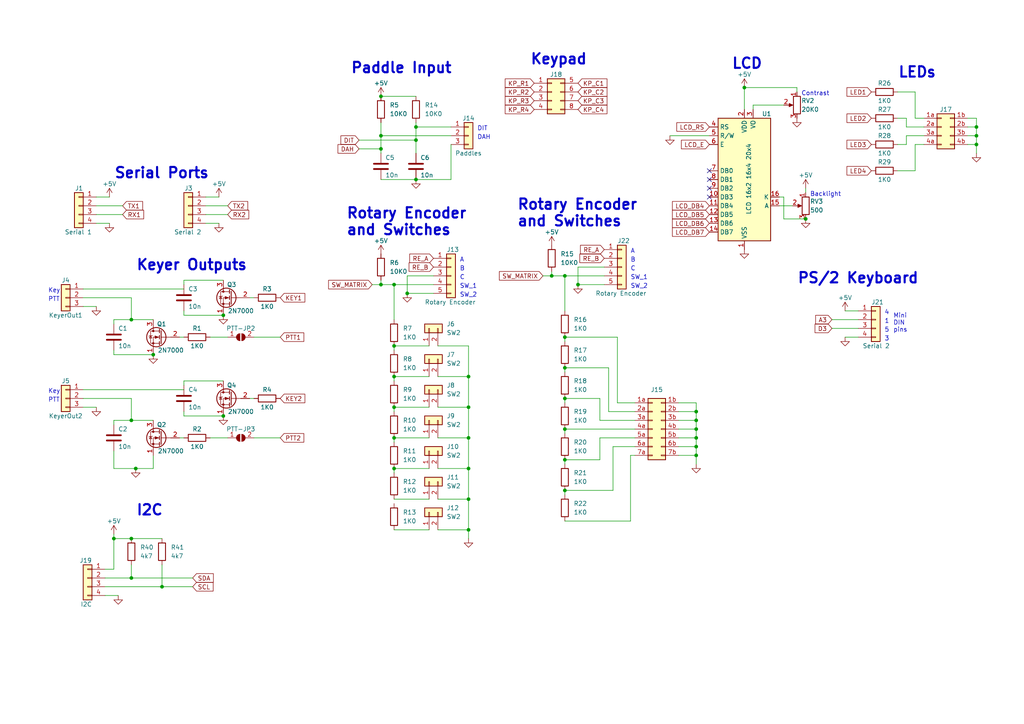
<source format=kicad_sch>
(kicad_sch (version 20230121) (generator eeschema)
  (paper "A4")
  (lib_symbols
    (symbol "Connector_Generic:Conn_01x02" (pin_names (offset 1.016) hide)
      (property "Reference" "J" (at 0 2.54 0))
      (property "Value" "Conn_01x02" (at 0 -5.08 0))
      (symbol "Conn_01x02_1_1"
        (rectangle (start -1.27 -2.413) (end 0 -2.667) (stroke (width 0.1524)))
        (rectangle (start -1.27 0.127) (end 0 -0.127) (stroke (width 0.1524)))
        (rectangle (start -1.27 1.27) (end 1.27 -3.81) (stroke (width 0.254)) (fill (type background)))
        (pin passive line (at -5.08 0 0) (length 3.81) (name "Pin_1") (number "1"))
        (pin passive line (at -5.08 -2.54 0) (length 3.81) (name "Pin_2") (number "2"))
      )
    )
    (symbol "Connector_Generic:Conn_01x03" (pin_names (offset 1.016) hide)
      (property "Reference" "J" (at 0 5.08 0))
      (property "Value" "Conn_01x03" (at 0 -5.08 0))
      (symbol "Conn_01x03_1_1"
        (rectangle (start -1.27 -2.413) (end 0 -2.667) (stroke (width 0.1524)))
        (rectangle (start -1.27 0.127) (end 0 -0.127) (stroke (width 0.1524)))
        (rectangle (start -1.27 2.667) (end 0 2.413) (stroke (width 0.1524)))
        (rectangle (start -1.27 3.81) (end 1.27 -3.81) (stroke (width 0.254)) (fill (type background)))
        (pin passive line (at -5.08 2.54 0) (length 3.81) (name "Pin_1") (number "1"))
        (pin passive line (at -5.08 0 0) (length 3.81) (name "Pin_2") (number "2"))
        (pin passive line (at -5.08 -2.54 0) (length 3.81) (name "Pin_3") (number "3"))
      )
    )
    (symbol "Connector_Generic:Conn_01x04" (pin_names (offset 1.016) hide)
      (property "Reference" "J" (at 0 5.08 0))
      (property "Value" "Conn_01x04" (at 0 -7.62 0))
      (symbol "Conn_01x04_1_1"
        (rectangle (start -1.27 -4.953) (end 0 -5.207) (stroke (width 0.1524)))
        (rectangle (start -1.27 -2.413) (end 0 -2.667) (stroke (width 0.1524)))
        (rectangle (start -1.27 0.127) (end 0 -0.127) (stroke (width 0.1524)))
        (rectangle (start -1.27 2.667) (end 0 2.413) (stroke (width 0.1524)))
        (rectangle (start -1.27 3.81) (end 1.27 -6.35) (stroke (width 0.254)) (fill (type background)))
        (pin passive line (at -5.08 2.54 0) (length 3.81) (name "Pin_1") (number "1"))
        (pin passive line (at -5.08 0 0) (length 3.81) (name "Pin_2") (number "2"))
        (pin passive line (at -5.08 -2.54 0) (length 3.81) (name "Pin_3") (number "3"))
        (pin passive line (at -5.08 -5.08 0) (length 3.81) (name "Pin_4") (number "4"))
      )
    )
    (symbol "Connector_Generic:Conn_01x05" (pin_names (offset 1.016) hide)
      (property "Reference" "J" (at 0 7.62 0))
      (property "Value" "Conn_01x05" (at 0 -7.62 0))
      (symbol "Conn_01x05_1_1"
        (rectangle (start -1.27 -4.953) (end 0 -5.207) (stroke (width 0.1524)))
        (rectangle (start -1.27 -2.413) (end 0 -2.667) (stroke (width 0.1524)))
        (rectangle (start -1.27 0.127) (end 0 -0.127) (stroke (width 0.1524)))
        (rectangle (start -1.27 2.667) (end 0 2.413) (stroke (width 0.1524)))
        (rectangle (start -1.27 5.207) (end 0 4.953) (stroke (width 0.1524)))
        (rectangle (start -1.27 6.35) (end 1.27 -6.35) (stroke (width 0.254)) (fill (type background)))
        (pin passive line (at -5.08 5.08 0) (length 3.81) (name "Pin_1") (number "1"))
        (pin passive line (at -5.08 2.54 0) (length 3.81) (name "Pin_2") (number "2"))
        (pin passive line (at -5.08 0 0) (length 3.81) (name "Pin_3") (number "3"))
        (pin passive line (at -5.08 -2.54 0) (length 3.81) (name "Pin_4") (number "4"))
        (pin passive line (at -5.08 -5.08 0) (length 3.81) (name "Pin_5") (number "5"))
      )
    )
    (symbol "Connector_Generic:Conn_02x04_Row_Letter_Last" (pin_names (offset 1.016) hide)
      (property "Reference" "J" (at 1.27 5.08 0))
      (property "Value" "Conn_02x04_Row_Letter_Last" (at 1.27 -7.62 0))
      (symbol "Conn_02x04_Row_Letter_Last_1_1"
        (rectangle (start -1.27 -4.953) (end 0 -5.207) (stroke (width 0.1524)))
        (rectangle (start -1.27 -2.413) (end 0 -2.667) (stroke (width 0.1524)))
        (rectangle (start -1.27 0.127) (end 0 -0.127) (stroke (width 0.1524)))
        (rectangle (start -1.27 2.667) (end 0 2.413) (stroke (width 0.1524)))
        (rectangle (start -1.27 3.81) (end 3.81 -6.35) (stroke (width 0.254)) (fill (type background)))
        (rectangle (start 3.81 -4.953) (end 2.54 -5.207) (stroke (width 0.1524)))
        (rectangle (start 3.81 -2.413) (end 2.54 -2.667) (stroke (width 0.1524)))
        (rectangle (start 3.81 0.127) (end 2.54 -0.127) (stroke (width 0.1524)))
        (rectangle (start 3.81 2.667) (end 2.54 2.413) (stroke (width 0.1524)))
        (pin passive line (at -5.08 2.54 0) (length 3.81) (name "Pin_1a") (number "1a"))
        (pin passive line (at 7.62 2.54 180) (length 3.81) (name "Pin_1b") (number "1b"))
        (pin passive line (at -5.08 0 0) (length 3.81) (name "Pin_2a") (number "2a"))
        (pin passive line (at 7.62 0 180) (length 3.81) (name "Pin_2b") (number "2b"))
        (pin passive line (at -5.08 -2.54 0) (length 3.81) (name "Pin_3a") (number "3a"))
        (pin passive line (at 7.62 -2.54 180) (length 3.81) (name "Pin_3b") (number "3b"))
        (pin passive line (at -5.08 -5.08 0) (length 3.81) (name "Pin_4a") (number "4a"))
        (pin passive line (at 7.62 -5.08 180) (length 3.81) (name "Pin_4b") (number "4b"))
      )
    )
    (symbol "Connector_Generic:Conn_02x04_Top_Bottom" (pin_names (offset 1.016) hide)
      (property "Reference" "J" (at 1.27 5.08 0))
      (property "Value" "Conn_02x04_Top_Bottom" (at 1.27 -7.62 0))
      (symbol "Conn_02x04_Top_Bottom_1_1"
        (rectangle (start -1.27 -4.953) (end 0 -5.207) (stroke (width 0.1524)))
        (rectangle (start -1.27 -2.413) (end 0 -2.667) (stroke (width 0.1524)))
        (rectangle (start -1.27 0.127) (end 0 -0.127) (stroke (width 0.1524)))
        (rectangle (start -1.27 2.667) (end 0 2.413) (stroke (width 0.1524)))
        (rectangle (start -1.27 3.81) (end 3.81 -6.35) (stroke (width 0.254)) (fill (type background)))
        (rectangle (start 3.81 -4.953) (end 2.54 -5.207) (stroke (width 0.1524)))
        (rectangle (start 3.81 -2.413) (end 2.54 -2.667) (stroke (width 0.1524)))
        (rectangle (start 3.81 0.127) (end 2.54 -0.127) (stroke (width 0.1524)))
        (rectangle (start 3.81 2.667) (end 2.54 2.413) (stroke (width 0.1524)))
        (pin passive line (at -5.08 2.54 0) (length 3.81) (name "Pin_1") (number "1"))
        (pin passive line (at -5.08 0 0) (length 3.81) (name "Pin_2") (number "2"))
        (pin passive line (at -5.08 -2.54 0) (length 3.81) (name "Pin_3") (number "3"))
        (pin passive line (at -5.08 -5.08 0) (length 3.81) (name "Pin_4") (number "4"))
        (pin passive line (at 7.62 2.54 180) (length 3.81) (name "Pin_5") (number "5"))
        (pin passive line (at 7.62 0 180) (length 3.81) (name "Pin_6") (number "6"))
        (pin passive line (at 7.62 -2.54 180) (length 3.81) (name "Pin_7") (number "7"))
        (pin passive line (at 7.62 -5.08 180) (length 3.81) (name "Pin_8") (number "8"))
      )
    )
    (symbol "Connector_Generic:Conn_02x07_Row_Letter_Last" (pin_names (offset 1.016) hide)
      (property "Reference" "J" (at 1.27 10.16 0))
      (property "Value" "Conn_02x07_Row_Letter_Last" (at 1.27 -10.16 0))
      (symbol "Conn_02x07_Row_Letter_Last_1_1"
        (rectangle (start -1.27 -7.493) (end 0 -7.747) (stroke (width 0.1524)))
        (rectangle (start -1.27 -4.953) (end 0 -5.207) (stroke (width 0.1524)))
        (rectangle (start -1.27 -2.413) (end 0 -2.667) (stroke (width 0.1524)))
        (rectangle (start -1.27 0.127) (end 0 -0.127) (stroke (width 0.1524)))
        (rectangle (start -1.27 2.667) (end 0 2.413) (stroke (width 0.1524)))
        (rectangle (start -1.27 5.207) (end 0 4.953) (stroke (width 0.1524)))
        (rectangle (start -1.27 7.747) (end 0 7.493) (stroke (width 0.1524)))
        (rectangle (start -1.27 8.89) (end 3.81 -8.89) (stroke (width 0.254)) (fill (type background)))
        (rectangle (start 3.81 -7.493) (end 2.54 -7.747) (stroke (width 0.1524)))
        (rectangle (start 3.81 -4.953) (end 2.54 -5.207) (stroke (width 0.1524)))
        (rectangle (start 3.81 -2.413) (end 2.54 -2.667) (stroke (width 0.1524)))
        (rectangle (start 3.81 0.127) (end 2.54 -0.127) (stroke (width 0.1524)))
        (rectangle (start 3.81 2.667) (end 2.54 2.413) (stroke (width 0.1524)))
        (rectangle (start 3.81 5.207) (end 2.54 4.953) (stroke (width 0.1524)))
        (rectangle (start 3.81 7.747) (end 2.54 7.493) (stroke (width 0.1524)))
        (pin passive line (at -5.08 7.62 0) (length 3.81) (name "Pin_1a") (number "1a"))
        (pin passive line (at 7.62 7.62 180) (length 3.81) (name "Pin_1b") (number "1b"))
        (pin passive line (at -5.08 5.08 0) (length 3.81) (name "Pin_2a") (number "2a"))
        (pin passive line (at 7.62 5.08 180) (length 3.81) (name "Pin_2b") (number "2b"))
        (pin passive line (at -5.08 2.54 0) (length 3.81) (name "Pin_3a") (number "3a"))
        (pin passive line (at 7.62 2.54 180) (length 3.81) (name "Pin_3b") (number "3b"))
        (pin passive line (at -5.08 0 0) (length 3.81) (name "Pin_4a") (number "4a"))
        (pin passive line (at 7.62 0 180) (length 3.81) (name "Pin_4b") (number "4b"))
        (pin passive line (at -5.08 -2.54 0) (length 3.81) (name "Pin_5a") (number "5a"))
        (pin passive line (at 7.62 -2.54 180) (length 3.81) (name "Pin_5b") (number "5b"))
        (pin passive line (at -5.08 -5.08 0) (length 3.81) (name "Pin_6a") (number "6a"))
        (pin passive line (at 7.62 -5.08 180) (length 3.81) (name "Pin_6b") (number "6b"))
        (pin passive line (at -5.08 -7.62 0) (length 3.81) (name "Pin_7a") (number "7a"))
        (pin passive line (at 7.62 -7.62 180) (length 3.81) (name "Pin_7b") (number "7b"))
      )
    )
    (symbol "Device:C" (pin_numbers hide) (pin_names (offset 0.254))
      (property "Reference" "C" (at 0.635 2.54 0))
      (property "Value" "C" (at 0.635 -2.54 0))
      (symbol "C_0_1"
        (polyline (pts (xy -2.032 -0.762) (xy 2.032 -0.762)) (stroke (width 0.508)))
        (polyline (pts (xy -2.032 0.762) (xy 2.032 0.762)) (stroke (width 0.508)))
      )
      (symbol "C_1_1"
        (pin passive line (at 0 3.81 270) (length 2.794) (name "~") (number "1"))
        (pin passive line (at 0 -3.81 90) (length 2.794) (name "~") (number "2"))
      )
    )
    (symbol "Device:R" (pin_numbers hide) (pin_names (offset 0))
      (property "Reference" "R" (at 2.032 0 90))
      (property "Value" "R" (at 0 0 90))
      (symbol "R_0_1"
        (rectangle (start -1.016 -2.54) (end 1.016 2.54) (stroke (width 0.254)))
      )
      (symbol "R_1_1"
        (pin passive line (at 0 3.81 270) (length 1.27) (name "~") (number "1"))
        (pin passive line (at 0 -3.81 90) (length 1.27) (name "~") (number "2"))
      )
    )
    (symbol "Device:R_Potentiometer" (pin_names (offset 1.016) hide)
      (property "Reference" "RV" (at -4.445 0 90))
      (property "Value" "R_Potentiometer" (at -2.54 0 90))
      (symbol "R_Potentiometer_0_1"
        (polyline (pts (xy 2.54 0) (xy 1.524 0)))
        (polyline (pts (xy 1.143 0) (xy 2.286 0.508) (xy 2.286 -0.508) (xy 1.143 0)) (fill (type outline)))
        (rectangle (start 1.016 2.54) (end -1.016 -2.54) (stroke (width 0.254)))
      )
      (symbol "R_Potentiometer_1_1"
        (pin passive line (at 0 3.81 270) (length 1.27) (name "1") (number "1"))
        (pin passive line (at 3.81 0 180) (length 1.27) (name "2") (number "2"))
        (pin passive line (at 0 -3.81 90) (length 1.27) (name "3") (number "3"))
      )
    )
    (symbol "Display_Character:NHD-0420H1Z"
      (property "Reference" "U" (at -6.35 19.05 0))
      (property "Value" "NHD-0420H1Z" (at 5.08 19.05 0))
      (symbol "NHD-0420H1Z_0_1"
        (rectangle (start -7.62 17.78) (end 7.62 -17.78) (stroke (width 0.254)) (fill (type background)))
      )
      (symbol "NHD-0420H1Z_1_1"
        (pin power_in line (at 0 -20.32 90) (length 2.54) (name "VSS") (number "1"))
        (pin bidirectional line (at -10.16 -5.08 0) (length 2.54) (name "DB3") (number "10"))
        (pin bidirectional line (at -10.16 -7.62 0) (length 2.54) (name "DB4") (number "11"))
        (pin bidirectional line (at -10.16 -10.16 0) (length 2.54) (name "DB5") (number "12"))
        (pin bidirectional line (at -10.16 -12.7 0) (length 2.54) (name "DB6") (number "13"))
        (pin bidirectional line (at -10.16 -15.24 0) (length 2.54) (name "DB7") (number "14"))
        (pin passive line (at 10.16 -7.62 180) (length 2.54) (name "A") (number "15"))
        (pin passive line (at 10.16 -5.08 180) (length 2.54) (name "K") (number "16"))
        (pin power_in line (at 0 20.32 270) (length 2.54) (name "VDD") (number "2"))
        (pin power_in line (at 2.54 20.32 270) (length 2.54) (name "VO") (number "3"))
        (pin input line (at -10.16 15.24 0) (length 2.54) (name "RS") (number "4"))
        (pin input line (at -10.16 12.7 0) (length 2.54) (name "R/W") (number "5"))
        (pin input line (at -10.16 10.16 0) (length 2.54) (name "E") (number "6"))
        (pin bidirectional line (at -10.16 2.54 0) (length 2.54) (name "DB0") (number "7"))
        (pin bidirectional line (at -10.16 0 0) (length 2.54) (name "DB1") (number "8"))
        (pin bidirectional line (at -10.16 -2.54 0) (length 2.54) (name "DB2") (number "9"))
      )
    )
    (symbol "Jumper:SolderJumper_2_Open" (pin_names (offset 0) hide)
      (property "Reference" "JP" (at 0 2.032 0))
      (property "Value" "SolderJumper_2_Open" (at 0 -2.54 0))
      (symbol "SolderJumper_2_Open_0_1"
        (arc (start -0.254 1.016) (mid -1.2656 0) (end -0.254 -1.016))
        (arc (start -0.254 1.016) (mid -1.2656 0) (end -0.254 -1.016) (fill (type outline)))
        (polyline (pts (xy -0.254 1.016) (xy -0.254 -1.016)))
        (polyline (pts (xy 0.254 1.016) (xy 0.254 -1.016)))
        (arc (start 0.254 -1.016) (mid 1.2656 0) (end 0.254 1.016))
        (arc (start 0.254 -1.016) (mid 1.2656 0) (end 0.254 1.016) (fill (type outline)))
      )
      (symbol "SolderJumper_2_Open_1_1"
        (pin passive line (at -3.81 0 0) (length 2.54) (name "A") (number "1"))
        (pin passive line (at 3.81 0 180) (length 2.54) (name "B") (number "2"))
      )
    )
    (symbol "Transistor_FET:2N7000" (pin_names hide)
      (property "Reference" "Q" (at 5.08 1.905 0))
      (property "Value" "2N7000" (at 5.08 0 0))
      (symbol "2N7000_0_1"
        (polyline (pts (xy 0.254 0) (xy -2.54 0)))
        (polyline (pts (xy 0.254 1.905) (xy 0.254 -1.905)) (stroke (width 0.254)))
        (polyline (pts (xy 0.762 -1.27) (xy 0.762 -2.286)) (stroke (width 0.254)))
        (polyline (pts (xy 0.762 0.508) (xy 0.762 -0.508)) (stroke (width 0.254)))
        (polyline (pts (xy 0.762 2.286) (xy 0.762 1.27)) (stroke (width 0.254)))
        (polyline (pts (xy 2.54 2.54) (xy 2.54 1.778)))
        (polyline (pts (xy 2.54 -2.54) (xy 2.54 0) (xy 0.762 0)))
        (polyline (pts (xy 0.762 -1.778) (xy 3.302 -1.778) (xy 3.302 1.778) (xy 0.762 1.778)))
        (polyline (pts (xy 1.016 0) (xy 2.032 0.381) (xy 2.032 -0.381) (xy 1.016 0)) (fill (type outline)))
        (polyline (pts (xy 2.794 0.508) (xy 2.921 0.381) (xy 3.683 0.381) (xy 3.81 0.254)))
        (polyline (pts (xy 3.302 0.381) (xy 2.921 -0.254) (xy 3.683 -0.254) (xy 3.302 0.381)))
        (circle (center 1.651 0) (radius 2.794) (stroke (width 0.254)))
        (circle (center 2.54 -1.778) (radius 0.254) (fill (type outline)))
        (circle (center 2.54 1.778) (radius 0.254) (fill (type outline)))
      )
      (symbol "2N7000_1_1"
        (pin passive line (at 2.54 -5.08 90) (length 2.54) (name "S") (number "1"))
        (pin input line (at -5.08 0 0) (length 2.54) (name "G") (number "2"))
        (pin passive line (at 2.54 5.08 270) (length 2.54) (name "D") (number "3"))
      )
    )
    (symbol "power:+5V" (power) (pin_names (offset 0))
      (property "Value" "+5V" (at 0 3.556 0))
      (symbol "+5V_0_1"
        (polyline (pts (xy -0.762 1.27) (xy 0 2.54)))
        (polyline (pts (xy 0 0) (xy 0 2.54)))
        (polyline (pts (xy 0 2.54) (xy 0.762 1.27)))
      )
      (symbol "+5V_1_1"
        (pin power_in line (at 0 0 90) (length 0) hide (name "+5V") (number "1"))
      )
    )
    (symbol "power:GND" (power) (pin_names (offset 0))
      (property "Value" "GND" (at 0 -3.81 0))
      (symbol "GND_0_1"
        (polyline (pts (xy 0 0) (xy 0 -1.27) (xy 1.27 -1.27) (xy 0 -2.54) (xy -1.27 -1.27) (xy 0 -1.27)))
      )
      (symbol "GND_1_1"
        (pin power_in line (at 0 0 270) (length 0) hide (name "GND") (number "1"))
      )
    )
  )
  (junction (at 38.1 121.92))
  (junction (at 114.3 127))
  (junction (at 163.83 133.35))
  (junction (at 46.99 170.18))
  (junction (at 163.83 97.79))
  (junction (at 44.45 102.87))
  (junction (at 215.9 25.4))
  (junction (at 64.77 91.44))
  (junction (at 163.83 106.68))
  (junction (at 33.02 156.21))
  (junction (at 135.89 109.22))
  (junction (at 39.37 135.89))
  (junction (at 64.77 120.65))
  (junction (at 110.49 43.18))
  (junction (at 135.89 144.78))
  (junction (at 38.1 167.64))
  (junction (at 110.49 39.37))
  (junction (at 114.3 82.55))
  (junction (at 201.93 129.54))
  (junction (at 114.3 109.22))
  (junction (at 201.93 127))
  (junction (at 135.89 118.11))
  (junction (at 110.49 82.55))
  (junction (at 233.68 63.5))
  (junction (at 114.3 100.33))
  (junction (at 110.49 27.94))
  (junction (at 163.83 80.01))
  (junction (at 114.3 135.89))
  (junction (at 201.93 121.92))
  (junction (at 120.65 52.07))
  (junction (at 201.93 124.46))
  (junction (at 283.21 36.83))
  (junction (at 135.89 135.89))
  (junction (at 38.1 156.21))
  (junction (at 160.02 80.01))
  (junction (at 118.11 85.09))
  (junction (at 120.65 40.64))
  (junction (at 163.83 142.24))
  (junction (at 135.89 127))
  (junction (at 283.21 39.37))
  (junction (at 163.83 124.46))
  (junction (at 283.21 41.91))
  (junction (at 201.93 132.08))
  (junction (at 120.65 36.83))
  (junction (at 163.83 115.57))
  (junction (at 201.93 119.38))
  (junction (at 135.89 153.67))
  (junction (at 38.1 92.71))
  (junction (at 167.64 82.55))
  (junction (at 114.3 118.11))
  (no_connect (at 205.74 57.15))
  (no_connect (at 205.74 54.61))
  (no_connect (at 205.74 52.07))
  (no_connect (at 205.74 49.53))
  (wire (pts (xy 283.21 41.91) (xy 283.21 44.45)))
  (wire (pts (xy 38.1 156.21) (xy 46.99 156.21)))
  (wire (pts (xy 201.93 116.84) (xy 201.93 119.38)))
  (wire (pts (xy 53.34 82.55) (xy 53.34 81.28)))
  (wire (pts (xy 120.65 36.83) (xy 120.65 40.64)))
  (wire (pts (xy 114.3 82.55) (xy 114.3 92.71)))
  (wire (pts (xy 262.89 41.91) (xy 262.89 39.37)))
  (wire (pts (xy 53.34 91.44) (xy 64.77 91.44)))
  (wire (pts (xy 110.49 82.55) (xy 114.3 82.55)))
  (wire (pts (xy 66.04 97.79) (xy 60.96 97.79)))
  (wire (pts (xy 179.07 97.79) (xy 179.07 116.84)))
  (wire (pts (xy 130.81 41.91) (xy 130.81 52.07)))
  (wire (pts (xy 44.45 132.08) (xy 44.45 135.89)))
  (wire (pts (xy 173.99 127) (xy 184.15 127)))
  (wire (pts (xy 280.67 39.37) (xy 283.21 39.37)))
  (wire (pts (xy 52.07 127) (xy 53.34 127)))
  (wire (pts (xy 33.02 165.1) (xy 30.48 165.1)))
  (wire (pts (xy 160.02 78.74) (xy 160.02 80.01)))
  (wire (pts (xy 248.92 90.17) (xy 245.11 90.17)))
  (wire (pts (xy 196.85 121.92) (xy 201.93 121.92)))
  (wire (pts (xy 201.93 124.46) (xy 201.93 127)))
  (wire (pts (xy 182.88 151.13) (xy 182.88 132.08)))
  (wire (pts (xy 280.67 41.91) (xy 283.21 41.91)))
  (wire (pts (xy 30.48 172.72) (xy 34.29 172.72)))
  (wire (pts (xy 120.65 35.56) (xy 120.65 36.83)))
  (wire (pts (xy 114.3 127) (xy 124.46 127)))
  (wire (pts (xy 24.13 88.9) (xy 27.94 88.9)))
  (wire (pts (xy 163.83 115.57) (xy 173.99 115.57)))
  (wire (pts (xy 227.33 63.5) (xy 233.68 63.5)))
  (wire (pts (xy 196.85 124.46) (xy 201.93 124.46)))
  (wire (pts (xy 173.99 121.92) (xy 184.15 121.92)))
  (wire (pts (xy 262.89 39.37) (xy 267.97 39.37)))
  (wire (pts (xy 53.34 119.38) (xy 53.34 120.65)))
  (wire (pts (xy 81.28 97.79) (xy 73.66 97.79)))
  (wire (pts (xy 227.33 30.48) (xy 218.44 30.48)))
  (wire (pts (xy 24.13 113.03) (xy 53.34 113.03)))
  (wire (pts (xy 260.35 49.53) (xy 265.43 49.53)))
  (wire (pts (xy 33.02 121.92) (xy 38.1 121.92)))
  (wire (pts (xy 59.69 64.77) (xy 63.5 64.77)))
  (wire (pts (xy 114.3 118.11) (xy 114.3 119.38)))
  (wire (pts (xy 179.07 116.84) (xy 184.15 116.84)))
  (wire (pts (xy 182.88 132.08) (xy 184.15 132.08)))
  (wire (pts (xy 66.04 127) (xy 60.96 127)))
  (wire (pts (xy 52.07 97.79) (xy 53.34 97.79)))
  (wire (pts (xy 226.06 59.69) (xy 229.87 59.69)))
  (wire (pts (xy 110.49 35.56) (xy 110.49 39.37)))
  (wire (pts (xy 157.48 80.01) (xy 160.02 80.01)))
  (wire (pts (xy 66.04 59.69) (xy 59.69 59.69)))
  (wire (pts (xy 53.34 120.65) (xy 64.77 120.65)))
  (wire (pts (xy 163.83 80.01) (xy 175.26 80.01)))
  (wire (pts (xy 231.14 26.67) (xy 231.14 25.4)))
  (wire (pts (xy 215.9 25.4) (xy 231.14 25.4)))
  (wire (pts (xy 120.65 40.64) (xy 120.65 44.45)))
  (wire (pts (xy 163.83 106.68) (xy 163.83 107.95)))
  (wire (pts (xy 262.89 36.83) (xy 262.89 34.29)))
  (wire (pts (xy 127 144.78) (xy 135.89 144.78)))
  (wire (pts (xy 283.21 39.37) (xy 283.21 41.91)))
  (wire (pts (xy 107.95 82.55) (xy 110.49 82.55)))
  (wire (pts (xy 218.44 30.48) (xy 218.44 31.75)))
  (wire (pts (xy 135.89 118.11) (xy 135.89 127)))
  (wire (pts (xy 135.89 135.89) (xy 135.89 144.78)))
  (wire (pts (xy 248.92 97.79) (xy 245.11 97.79)))
  (wire (pts (xy 283.21 34.29) (xy 283.21 36.83)))
  (wire (pts (xy 163.83 124.46) (xy 184.15 124.46)))
  (wire (pts (xy 114.3 153.67) (xy 124.46 153.67)))
  (wire (pts (xy 163.83 133.35) (xy 173.99 133.35)))
  (wire (pts (xy 135.89 153.67) (xy 135.89 156.21)))
  (wire (pts (xy 24.13 83.82) (xy 53.34 83.82)))
  (wire (pts (xy 72.39 115.57) (xy 73.66 115.57)))
  (wire (pts (xy 114.3 100.33) (xy 114.3 101.6)))
  (wire (pts (xy 110.49 27.94) (xy 120.65 27.94)))
  (wire (pts (xy 167.64 82.55) (xy 175.26 82.55)))
  (wire (pts (xy 241.3 95.25) (xy 248.92 95.25)))
  (wire (pts (xy 127 153.67) (xy 135.89 153.67)))
  (wire (pts (xy 33.02 101.6) (xy 33.02 102.87)))
  (wire (pts (xy 262.89 34.29) (xy 260.35 34.29)))
  (wire (pts (xy 33.02 156.21) (xy 33.02 165.1)))
  (wire (pts (xy 135.89 100.33) (xy 135.89 109.22)))
  (wire (pts (xy 118.11 85.09) (xy 125.73 85.09)))
  (wire (pts (xy 110.49 52.07) (xy 120.65 52.07)))
  (wire (pts (xy 38.1 167.64) (xy 55.88 167.64)))
  (wire (pts (xy 280.67 36.83) (xy 283.21 36.83)))
  (wire (pts (xy 33.02 156.21) (xy 38.1 156.21)))
  (wire (pts (xy 163.83 124.46) (xy 163.83 125.73)))
  (wire (pts (xy 201.93 119.38) (xy 201.93 121.92)))
  (wire (pts (xy 173.99 115.57) (xy 173.99 121.92)))
  (wire (pts (xy 163.83 142.24) (xy 177.8 142.24)))
  (wire (pts (xy 114.3 144.78) (xy 124.46 144.78)))
  (wire (pts (xy 201.93 121.92) (xy 201.93 124.46)))
  (wire (pts (xy 38.1 167.64) (xy 30.48 167.64)))
  (wire (pts (xy 120.65 36.83) (xy 130.81 36.83)))
  (wire (pts (xy 160.02 80.01) (xy 163.83 80.01)))
  (wire (pts (xy 167.64 77.47) (xy 175.26 77.47)))
  (wire (pts (xy 27.94 62.23) (xy 35.56 62.23)))
  (wire (pts (xy 127 127) (xy 135.89 127)))
  (wire (pts (xy 260.35 26.67) (xy 265.43 26.67)))
  (wire (pts (xy 33.02 135.89) (xy 39.37 135.89)))
  (wire (pts (xy 201.93 127) (xy 201.93 129.54)))
  (wire (pts (xy 104.14 40.64) (xy 120.65 40.64)))
  (wire (pts (xy 110.49 39.37) (xy 130.81 39.37)))
  (wire (pts (xy 110.49 43.18) (xy 110.49 44.45)))
  (wire (pts (xy 114.3 127) (xy 114.3 128.27)))
  (wire (pts (xy 53.34 90.17) (xy 53.34 91.44)))
  (wire (pts (xy 167.64 82.55) (xy 167.64 77.47)))
  (wire (pts (xy 38.1 163.83) (xy 38.1 167.64)))
  (wire (pts (xy 114.3 135.89) (xy 114.3 137.16)))
  (wire (pts (xy 135.89 109.22) (xy 135.89 118.11)))
  (wire (pts (xy 110.49 39.37) (xy 110.49 43.18)))
  (wire (pts (xy 59.69 57.15) (xy 63.5 57.15)))
  (wire (pts (xy 72.39 86.36) (xy 73.66 86.36)))
  (wire (pts (xy 135.89 127) (xy 135.89 135.89)))
  (wire (pts (xy 267.97 36.83) (xy 262.89 36.83)))
  (wire (pts (xy 176.53 106.68) (xy 176.53 119.38)))
  (wire (pts (xy 24.13 115.57) (xy 38.1 115.57)))
  (wire (pts (xy 46.99 170.18) (xy 30.48 170.18)))
  (wire (pts (xy 163.83 133.35) (xy 163.83 134.62)))
  (wire (pts (xy 196.85 132.08) (xy 201.93 132.08)))
  (wire (pts (xy 196.85 127) (xy 201.93 127)))
  (wire (pts (xy 33.02 154.94) (xy 33.02 156.21)))
  (wire (pts (xy 135.89 144.78) (xy 135.89 153.67)))
  (wire (pts (xy 46.99 163.83) (xy 46.99 170.18)))
  (wire (pts (xy 163.83 115.57) (xy 163.83 116.84)))
  (wire (pts (xy 27.94 57.15) (xy 31.75 57.15)))
  (wire (pts (xy 114.3 118.11) (xy 124.46 118.11)))
  (wire (pts (xy 104.14 43.18) (xy 110.49 43.18)))
  (wire (pts (xy 38.1 92.71) (xy 44.45 92.71)))
  (wire (pts (xy 196.85 119.38) (xy 201.93 119.38)))
  (wire (pts (xy 163.83 80.01) (xy 163.83 90.17)))
  (wire (pts (xy 53.34 110.49) (xy 64.77 110.49)))
  (wire (pts (xy 226.06 57.15) (xy 227.33 57.15)))
  (wire (pts (xy 24.13 118.11) (xy 27.94 118.11)))
  (wire (pts (xy 38.1 115.57) (xy 38.1 121.92)))
  (wire (pts (xy 163.83 106.68) (xy 176.53 106.68)))
  (wire (pts (xy 260.35 41.91) (xy 262.89 41.91)))
  (wire (pts (xy 196.85 129.54) (xy 201.93 129.54)))
  (wire (pts (xy 35.56 59.69) (xy 27.94 59.69)))
  (wire (pts (xy 38.1 86.36) (xy 38.1 92.71)))
  (wire (pts (xy 173.99 133.35) (xy 173.99 127)))
  (wire (pts (xy 163.83 151.13) (xy 182.88 151.13)))
  (wire (pts (xy 38.1 121.92) (xy 44.45 121.92)))
  (wire (pts (xy 127 135.89) (xy 135.89 135.89)))
  (wire (pts (xy 114.3 135.89) (xy 124.46 135.89)))
  (wire (pts (xy 163.83 97.79) (xy 163.83 99.06)))
  (wire (pts (xy 176.53 119.38) (xy 184.15 119.38)))
  (wire (pts (xy 163.83 97.79) (xy 179.07 97.79)))
  (wire (pts (xy 265.43 41.91) (xy 265.43 49.53)))
  (wire (pts (xy 127 118.11) (xy 135.89 118.11)))
  (wire (pts (xy 33.02 130.81) (xy 33.02 135.89)))
  (wire (pts (xy 33.02 102.87) (xy 44.45 102.87)))
  (wire (pts (xy 118.11 80.01) (xy 125.73 80.01)))
  (wire (pts (xy 24.13 86.36) (xy 38.1 86.36)))
  (wire (pts (xy 201.93 129.54) (xy 201.93 132.08)))
  (wire (pts (xy 233.68 55.88) (xy 233.68 54.61)))
  (wire (pts (xy 66.04 62.23) (xy 59.69 62.23)))
  (wire (pts (xy 267.97 41.91) (xy 265.43 41.91)))
  (wire (pts (xy 196.85 116.84) (xy 201.93 116.84)))
  (wire (pts (xy 177.8 142.24) (xy 177.8 129.54)))
  (wire (pts (xy 27.94 64.77) (xy 31.75 64.77)))
  (wire (pts (xy 110.49 81.28) (xy 110.49 82.55)))
  (wire (pts (xy 265.43 26.67) (xy 265.43 34.29)))
  (wire (pts (xy 46.99 170.18) (xy 55.88 170.18)))
  (wire (pts (xy 114.3 100.33) (xy 124.46 100.33)))
  (wire (pts (xy 114.3 109.22) (xy 114.3 110.49)))
  (wire (pts (xy 227.33 57.15) (xy 227.33 63.5)))
  (wire (pts (xy 215.9 25.4) (xy 215.9 31.75)))
  (wire (pts (xy 114.3 82.55) (xy 125.73 82.55)))
  (wire (pts (xy 177.8 129.54) (xy 184.15 129.54)))
  (wire (pts (xy 283.21 36.83) (xy 283.21 39.37)))
  (wire (pts (xy 53.34 111.76) (xy 53.34 110.49)))
  (wire (pts (xy 81.28 127) (xy 73.66 127)))
  (wire (pts (xy 127 109.22) (xy 135.89 109.22)))
  (wire (pts (xy 280.67 34.29) (xy 283.21 34.29)))
  (wire (pts (xy 44.45 135.89) (xy 39.37 135.89)))
  (wire (pts (xy 120.65 52.07) (xy 130.81 52.07)))
  (wire (pts (xy 201.93 132.08) (xy 201.93 134.62)))
  (wire (pts (xy 241.3 92.71) (xy 248.92 92.71)))
  (wire (pts (xy 194.31 39.37) (xy 205.74 39.37)))
  (wire (pts (xy 33.02 92.71) (xy 38.1 92.71)))
  (wire (pts (xy 118.11 85.09) (xy 118.11 80.01)))
  (wire (pts (xy 127 100.33) (xy 135.89 100.33)))
  (wire (pts (xy 33.02 123.19) (xy 33.02 121.92)))
  (wire (pts (xy 265.43 34.29) (xy 267.97 34.29)))
  (wire (pts (xy 33.02 93.98) (xy 33.02 92.71)))
  (wire (pts (xy 53.34 81.28) (xy 64.77 81.28)))
  (wire (pts (xy 163.83 142.24) (xy 163.83 143.51)))
  (wire (pts (xy 114.3 109.22) (xy 124.46 109.22)))
  (text "SW_1" (at 182.88 81.28 0) (effects (font (size 1.27 1.27)) (justify left bottom)))
  (text "LCD" (at 212.09 20.32 0) (effects (font (size 3 3) (thickness 0.6) bold) (justify left bottom)))
  (text "DIT" (at 138.43 38.1 0) (effects (font (size 1.27 1.27)) (justify left bottom)))
  (text "3" (at 256.54 99.06 0) (effects (font (size 1.27 1.27)) (justify left bottom)))
  (text "Paddle Input" (at 101.6 21.59 0) (effects (font (size 3 3) (thickness 0.6) bold) (justify left bottom)))
  (text "SW_2" (at 133.35 86.36 0) (effects (font (size 1.27 1.27)) (justify left bottom)))
  (text "B" (at 182.88 76.2 0) (effects (font (size 1.27 1.27)) (justify left bottom)))
  (text "Mini\nDIN\npins" (at 259.08 96.52 0) (effects (font (size 1.27 1.27)) (justify left bottom)))
  (text "Rotary Encoder\nand Switches" (at 100.33 68.58 0) (effects (font (size 3 3) (thickness 0.6) bold) (justify left bottom)))
  (text "PTT" (at 13.97 87.63 0) (effects (font (size 1.27 1.27)) (justify left bottom)))
  (text "DAH" (at 138.43 40.64 0) (effects (font (size 1.27 1.27)) (justify left bottom)))
  (text "Backlight" (at 234.95 57.15 0) (effects (font (size 1.27 1.27)) (justify left bottom)))
  (text "PTT" (at 13.97 116.84 0) (effects (font (size 1.27 1.27)) (justify left bottom)))
  (text "A" (at 182.88 73.66 0) (effects (font (size 1.27 1.27)) (justify left bottom)))
  (text "4" (at 256.54 91.44 0) (effects (font (size 1.27 1.27)) (justify left bottom)))
  (text "5" (at 256.54 96.52 0) (effects (font (size 1.27 1.27)) (justify left bottom)))
  (text "Key" (at 13.97 85.09 0) (effects (font (size 1.27 1.27)) (justify left bottom)))
  (text "B" (at 133.35 78.74 0) (effects (font (size 1.27 1.27)) (justify left bottom)))
  (text "Keyer Outputs" (at 39.37 78.74 0) (effects (font (size 3 3) (thickness 0.6) bold) (justify left bottom)))
  (text "I2C" (at 39.37 149.86 0) (effects (font (size 3 3) (thickness 0.6) bold) (justify left bottom)))
  (text "C" (at 182.88 78.74 0) (effects (font (size 1.27 1.27)) (justify left bottom)))
  (text "PS/2 Keyboard" (at 231.14 82.55 0) (effects (font (size 3 3) (thickness 0.6) bold) (justify left bottom)))
  (text "1" (at 256.54 93.98 0) (effects (font (size 1.27 1.27)) (justify left bottom)))
  (text "SW_1" (at 133.35 83.82 0) (effects (font (size 1.27 1.27)) (justify left bottom)))
  (text "Keypad" (at 153.67 19.05 0) (effects (font (size 3 3) (thickness 0.6) bold) (justify left bottom)))
  (text "Serial Ports" (at 33.02 52.07 0) (effects (font (size 3 3) (thickness 0.6) bold) (justify left bottom)))
  (text "Key" (at 13.97 114.3 0) (effects (font (size 1.27 1.27)) (justify left bottom)))
  (text "SW_2" (at 182.88 83.82 0) (effects (font (size 1.27 1.27)) (justify left bottom)))
  (text "Rotary Encoder\nand Switches" (at 149.86 66.04 0) (effects (font (size 3 3) (thickness 0.6) bold) (justify left bottom)))
  (text "Contrast" (at 232.41 27.94 0) (effects (font (size 1.27 1.27)) (justify left bottom)))
  (text "C" (at 133.35 81.28 0) (effects (font (size 1.27 1.27)) (justify left bottom)))
  (text "A" (at 133.35 76.2 0) (effects (font (size 1.27 1.27)) (justify left bottom)))
  (text "LEDs" (at 260.35 22.86 0) (effects (font (size 3 3) (thickness 0.6) bold) (justify left bottom)))
  (global_label "RE_A" (shape input) (at 175.26 72.39 180) (property "Intersheetrefs" "${INTERSHEET_REFS}" (effects hide)))
  (global_label "SW_MATRIX" (shape input) (at 157.48 80.01 180) (property "Intersheetrefs" "${INTERSHEET_REFS}" (effects hide)))
  (global_label "KP_R1" (shape input) (at 154.94 24.13 180) (property "Intersheetrefs" "${INTERSHEET_REFS}" (effects hide)))
  (global_label "TX2" (shape input) (at 66.04 59.69 0) (property "Intersheetrefs" "${INTERSHEET_REFS}" (effects hide)))
  (global_label "D3" (shape input) (at 241.3 95.25 180) (property "Intersheetrefs" "${INTERSHEET_REFS}" (effects hide)))
  (global_label "LCD_DB7" (shape input) (at 205.74 67.31 180) (property "Intersheetrefs" "${INTERSHEET_REFS}" (effects hide)))
  (global_label "KP_R4" (shape input) (at 154.94 31.75 180) (property "Intersheetrefs" "${INTERSHEET_REFS}" (effects hide)))
  (global_label "KP_C1" (shape input) (at 167.64 24.13 0) (property "Intersheetrefs" "${INTERSHEET_REFS}" (effects hide)))
  (global_label "LED3" (shape input) (at 252.73 41.91 180) (property "Intersheetrefs" "${INTERSHEET_REFS}" (effects hide)))
  (global_label "LCD_DB6" (shape input) (at 205.74 64.77 180) (property "Intersheetrefs" "${INTERSHEET_REFS}" (effects hide)))
  (global_label "LED4" (shape input) (at 252.73 49.53 180) (property "Intersheetrefs" "${INTERSHEET_REFS}" (effects hide)))
  (global_label "RX2" (shape input) (at 66.04 62.23 0) (property "Intersheetrefs" "${INTERSHEET_REFS}" (effects hide)))
  (global_label "SDA" (shape input) (at 55.88 167.64 0) (property "Intersheetrefs" "${INTERSHEET_REFS}" (effects hide)))
  (global_label "DAH" (shape input) (at 104.14 43.18 180) (property "Intersheetrefs" "${INTERSHEET_REFS}" (effects hide)))
  (global_label "KP_R3" (shape input) (at 154.94 29.21 180) (property "Intersheetrefs" "${INTERSHEET_REFS}" (effects hide)))
  (global_label "PTT1" (shape input) (at 81.28 97.79 0) (property "Intersheetrefs" "${INTERSHEET_REFS}" (effects hide)))
  (global_label "TX1" (shape input) (at 35.56 59.69 0) (property "Intersheetrefs" "${INTERSHEET_REFS}" (effects hide)))
  (global_label "LCD_RS" (shape input) (at 205.74 36.83 180) (property "Intersheetrefs" "${INTERSHEET_REFS}" (effects hide)))
  (global_label "KEY2" (shape input) (at 81.28 115.57 0) (property "Intersheetrefs" "${INTERSHEET_REFS}" (effects hide)))
  (global_label "RE_A" (shape input) (at 125.73 74.93 180) (property "Intersheetrefs" "${INTERSHEET_REFS}" (effects hide)))
  (global_label "RX1" (shape input) (at 35.56 62.23 0) (property "Intersheetrefs" "${INTERSHEET_REFS}" (effects hide)))
  (global_label "RE_B" (shape input) (at 175.26 74.93 180) (property "Intersheetrefs" "${INTERSHEET_REFS}" (effects hide)))
  (global_label "LCD_DB5" (shape input) (at 205.74 62.23 180) (property "Intersheetrefs" "${INTERSHEET_REFS}" (effects hide)))
  (global_label "KP_C3" (shape input) (at 167.64 29.21 0) (property "Intersheetrefs" "${INTERSHEET_REFS}" (effects hide)))
  (global_label "DIT" (shape input) (at 104.14 40.64 180) (property "Intersheetrefs" "${INTERSHEET_REFS}" (effects hide)))
  (global_label "RE_B" (shape input) (at 125.73 77.47 180) (property "Intersheetrefs" "${INTERSHEET_REFS}" (effects hide)))
  (global_label "PTT2" (shape input) (at 81.28 127 0) (property "Intersheetrefs" "${INTERSHEET_REFS}" (effects hide)))
  (global_label "LED1" (shape input) (at 252.73 26.67 180) (property "Intersheetrefs" "${INTERSHEET_REFS}" (effects hide)))
  (global_label "SW_MATRIX" (shape input) (at 107.95 82.55 180) (property "Intersheetrefs" "${INTERSHEET_REFS}" (effects hide)))
  (global_label "LED2" (shape input) (at 252.73 34.29 180) (property "Intersheetrefs" "${INTERSHEET_REFS}" (effects hide)))
  (global_label "KP_R2" (shape input) (at 154.94 26.67 180) (property "Intersheetrefs" "${INTERSHEET_REFS}" (effects hide)))
  (global_label "LCD_E" (shape input) (at 205.74 41.91 180) (property "Intersheetrefs" "${INTERSHEET_REFS}" (effects hide)))
  (global_label "SCL" (shape input) (at 55.88 170.18 0) (property "Intersheetrefs" "${INTERSHEET_REFS}" (effects hide)))
  (global_label "KP_C2" (shape input) (at 167.64 26.67 0) (property "Intersheetrefs" "${INTERSHEET_REFS}" (effects hide)))
  (global_label "LCD_DB4" (shape input) (at 205.74 59.69 180) (property "Intersheetrefs" "${INTERSHEET_REFS}" (effects hide)))
  (global_label "KP_C4" (shape input) (at 167.64 31.75 0) (property "Intersheetrefs" "${INTERSHEET_REFS}" (effects hide)))
  (global_label "KEY1" (shape input) (at 81.28 86.36 0) (property "Intersheetrefs" "${INTERSHEET_REFS}" (effects hide)))
  (global_label "A3" (shape input) (at 241.3 92.71 180) (property "Intersheetrefs" "${INTERSHEET_REFS}" (effects hide)))
  (symbol (lib_id "Connector_Generic:Conn_02x04_Top_Bottom") (at 160.02 26.67 0) (unit 1)
    (property "Reference" "J18" (at 161.29 21.59 0))
    (property "Value" "Conn_02x04_Top_Bottom" (effects hide))
  )
  (symbol (lib_id "Device:R") (at 163.83 102.87 0) (unit 1)
    (property "Reference" "R17" (at 166.37 101.6 0) (effects (justify left)))
    (property "Value" "1K0" (at 166.37 104.14 0) (effects (justify left)))
  )
  (symbol (lib_id "power:GND") (at 39.37 135.89 0) (unit 1)
    (property "Reference" "#PWR010" (effects hide))
    (property "Value" "GND" (effects hide))
  )
  (symbol (lib_id "Connector_Generic:Conn_01x04") (at 22.86 59.69 0) (mirror y) (unit 1)
    (property "Reference" "J1" (at 24.13 54.61 0) (effects (justify left)))
    (property "Value" "Serial 1" (at 26.67 67.31 0) (effects (justify left)))
  )
  (symbol (lib_id "power:GND") (at 167.64 82.55 0) (unit 1)
    (property "Reference" "#PWR020" (effects hide))
    (property "Value" "GND" (effects hide))
  )
  (symbol (lib_id "Device:R") (at 163.83 129.54 0) (unit 1)
    (property "Reference" "R20" (at 166.37 128.27 0) (effects (justify left)))
    (property "Value" "1K0" (at 166.37 130.81 0) (effects (justify left)))
  )
  (symbol (lib_id "power:GND") (at 201.93 134.62 0) (unit 1)
    (property "Reference" "#PWR021" (effects hide))
    (property "Value" "GND" (effects hide))
  )
  (symbol (lib_id "power:GND") (at 34.29 172.72 0) (unit 1)
    (property "Reference" "#PWR043" (effects hide))
    (property "Value" "GND" (effects hide))
  )
  (symbol (lib_id "Device:R_Potentiometer") (at 231.14 30.48 0) (mirror y) (unit 1)
    (property "Reference" "RV2" (at 232.41 29.21 0) (effects (justify right)))
    (property "Value" "20K0" (at 232.41 31.75 0) (effects (justify right)))
  )
  (symbol (lib_id "Device:C") (at 33.02 127 0) (unit 1)
    (property "Reference" "C2" (at 34.29 124.46 0) (effects (justify left)))
    (property "Value" "10n" (at 34.29 129.54 0) (effects (justify left)))
  )
  (symbol (lib_id "Device:R") (at 160.02 74.93 0) (unit 1)
    (property "Reference" "R15" (at 162.56 73.66 0) (effects (justify left)))
    (property "Value" "10K0" (at 162.56 76.2 0) (effects (justify left)))
  )
  (symbol (lib_id "Display_Character:NHD-0420H1Z") (at 215.9 52.07 0) (unit 1)
    (property "Reference" "U1" (at 220.98 33.02 0) (effects (justify left)))
    (property "Value" "LCD 16x2 16x4 20x4" (at 217.17 62.23 90) (effects (justify left)))
    (property "Footprint" "Display:NHD-0420H1Z" (effects hide))
    (property "Datasheet" "http://www.newhavendisplay.com/specs/NHD-0420H1Z-FSW-GBW-33V3.pdf" (effects hide))
  )
  (symbol (lib_id "power:+5V") (at 31.75 57.15 0) (unit 1)
    (property "Reference" "#PWR02" (effects hide))
    (property "Value" "+5V" (at 31.75 53.34 0))
  )
  (symbol (lib_id "power:+5V") (at 160.02 71.12 0) (unit 1)
    (property "Reference" "#PWR019" (effects hide))
    (property "Value" "+5V" (at 160.02 67.31 0))
  )
  (symbol (lib_id "power:+5V") (at 33.02 154.94 0) (unit 1)
    (property "Reference" "#PWR042" (effects hide))
    (property "Value" "+5V" (at 33.02 151.13 0))
  )
  (symbol (lib_id "power:GND") (at 231.14 34.29 0) (mirror y) (unit 1)
    (property "Reference" "#PWR028" (effects hide))
    (property "Value" "GND" (effects hide))
  )
  (symbol (lib_id "Connector_Generic:Conn_01x02") (at 124.46 113.03 90) (unit 1)
    (property "Reference" "J8" (at 129.54 111.76 90) (effects (justify right)))
    (property "Value" "SW2" (at 129.54 114.3 90) (effects (justify right)))
  )
  (symbol (lib_id "Device:R") (at 110.49 31.75 0) (unit 1)
    (property "Reference" "R5" (at 113.03 30.48 0) (effects (justify left)))
    (property "Value" "10K0" (at 113.03 33.02 0) (effects (justify left)))
  )
  (symbol (lib_id "Connector_Generic:Conn_01x02") (at 124.46 95.25 90) (unit 1)
    (property "Reference" "J6" (at 129.54 93.98 90) (effects (justify right)))
    (property "Value" "SW2" (at 129.54 96.52 90) (effects (justify right)))
  )
  (symbol (lib_id "Jumper:SolderJumper_2_Open") (at 69.85 127 0) (unit 1)
    (property "Reference" "PTT-JP3" (at 69.85 124.46 0))
    (property "Value" "SolderJumper_2_Open" (effects hide))
  )
  (symbol (lib_id "power:GND") (at 215.9 72.39 0) (unit 1)
    (property "Reference" "#PWR027" (effects hide))
    (property "Value" "GND" (effects hide))
  )
  (symbol (lib_id "Device:R") (at 110.49 77.47 0) (unit 1)
    (property "Reference" "R6" (at 113.03 76.2 0) (effects (justify left)))
    (property "Value" "10K0" (at 113.03 78.74 0) (effects (justify left)))
  )
  (symbol (lib_id "Device:C") (at 120.65 48.26 0) (unit 1)
    (property "Reference" "C6" (at 121.92 45.72 0) (effects (justify left)))
    (property "Value" "10n" (at 121.92 50.8 0) (effects (justify left)))
  )
  (symbol (lib_id "Transistor_FET:2N7000") (at 67.31 86.36 0) (mirror y) (unit 1)
    (property "Reference" "Q3" (at 68.58 82.55 0) (effects (justify left)))
    (property "Value" "2N7000" (at 73.66 90.17 0) (effects (justify left)))
    (property "Footprint" "Package_TO_SOT_THT:TO-92_Inline" (effects hide))
    (property "Datasheet" "https://www.vishay.com/docs/70226/70226.pdf" (effects hide))
  )
  (symbol (lib_id "Connector_Generic:Conn_02x07_Row_Letter_Last") (at 189.23 124.46 0) (unit 1)
    (property "Reference" "J15" (at 190.5 113.03 0))
    (property "Value" "Conn_02x07_Row_Letter_Last" (effects hide))
  )
  (symbol (lib_id "Connector_Generic:Conn_01x04") (at 25.4 167.64 0) (mirror y) (unit 1)
    (property "Reference" "J19" (at 26.67 162.56 0) (effects (justify left)))
    (property "Value" "I2C" (at 26.67 175.26 0) (effects (justify left)))
  )
  (symbol (lib_id "Device:R_Potentiometer") (at 233.68 59.69 0) (mirror y) (unit 1)
    (property "Reference" "RV3" (at 234.95 58.42 0) (effects (justify right)))
    (property "Value" "500" (at 234.95 60.96 0) (effects (justify right)))
  )
  (symbol (lib_id "Device:R") (at 57.15 97.79 90) (unit 1)
    (property "Reference" "R1" (at 57.15 95.25 90))
    (property "Value" "1K0" (at 57.15 100.33 90))
  )
  (symbol (lib_id "Device:R") (at 114.3 149.86 0) (unit 1)
    (property "Reference" "R13" (at 116.84 148.59 0) (effects (justify left)))
    (property "Value" "1K0" (at 116.84 151.13 0) (effects (justify left)))
  )
  (symbol (lib_id "Connector_Generic:Conn_01x02") (at 124.46 148.59 90) (unit 1)
    (property "Reference" "J12" (at 129.54 147.32 90) (effects (justify right)))
    (property "Value" "SW2" (at 129.54 149.86 90) (effects (justify right)))
  )
  (symbol (lib_id "Transistor_FET:2N7000") (at 67.31 115.57 0) (mirror y) (unit 1)
    (property "Reference" "Q4" (at 68.58 111.76 0) (effects (justify left)))
    (property "Value" "2N7000" (at 73.66 119.38 0) (effects (justify left)))
    (property "Footprint" "Package_TO_SOT_THT:TO-92_Inline" (effects hide))
    (property "Datasheet" "https://www.vishay.com/docs/70226/70226.pdf" (effects hide))
  )
  (symbol (lib_id "Device:R") (at 163.83 120.65 0) (unit 1)
    (property "Reference" "R19" (at 166.37 119.38 0) (effects (justify left)))
    (property "Value" "1K0" (at 166.37 121.92 0) (effects (justify left)))
  )
  (symbol (lib_id "Connector_Generic:Conn_01x04") (at 54.61 59.69 0) (mirror y) (unit 1)
    (property "Reference" "J3" (at 55.88 54.61 0) (effects (justify left)))
    (property "Value" "Serial 2" (at 58.42 67.31 0) (effects (justify left)))
  )
  (symbol (lib_id "Transistor_FET:2N7000") (at 46.99 97.79 0) (mirror y) (unit 1)
    (property "Reference" "Q1" (at 48.26 93.98 0) (effects (justify left)))
    (property "Value" "2N7000" (at 53.34 101.6 0) (effects (justify left)))
    (property "Footprint" "Package_TO_SOT_THT:TO-92_Inline" (effects hide))
    (property "Datasheet" "https://www.vishay.com/docs/70226/70226.pdf" (effects hide))
  )
  (symbol (lib_id "Device:R") (at 114.3 132.08 0) (unit 1)
    (property "Reference" "R11" (at 116.84 130.81 0) (effects (justify left)))
    (property "Value" "1K0" (at 116.84 133.35 0) (effects (justify left)))
  )
  (symbol (lib_id "power:GND") (at 44.45 102.87 0) (unit 1)
    (property "Reference" "#PWR011" (effects hide))
    (property "Value" "GND" (effects hide))
  )
  (symbol (lib_id "Connector_Generic:Conn_01x02") (at 124.46 130.81 90) (unit 1)
    (property "Reference" "J10" (at 129.54 129.54 90) (effects (justify right)))
    (property "Value" "SW2" (at 129.54 132.08 90) (effects (justify right)))
  )
  (symbol (lib_id "power:GND") (at 27.94 118.11 0) (unit 1)
    (property "Reference" "#PWR09" (effects hide))
    (property "Value" "GND" (effects hide))
  )
  (symbol (lib_id "Device:R") (at 77.47 86.36 90) (unit 1)
    (property "Reference" "R3" (at 77.47 83.82 90))
    (property "Value" "1K0" (at 77.47 88.9 90))
  )
  (symbol (lib_id "power:GND") (at 64.77 120.65 0) (unit 1)
    (property "Reference" "#PWR013" (effects hide))
    (property "Value" "GND" (effects hide))
  )
  (symbol (lib_id "Device:R") (at 114.3 123.19 0) (unit 1)
    (property "Reference" "R10" (at 116.84 121.92 0) (effects (justify left)))
    (property "Value" "1K0" (at 116.84 124.46 0) (effects (justify left)))
  )
  (symbol (lib_id "Device:C") (at 110.49 48.26 0) (unit 1)
    (property "Reference" "C5" (at 111.76 45.72 0) (effects (justify left)))
    (property "Value" "10n" (at 111.76 50.8 0) (effects (justify left)))
  )
  (symbol (lib_id "Device:R") (at 256.54 41.91 90) (unit 1)
    (property "Reference" "R28" (at 256.54 39.37 90))
    (property "Value" "1K0" (at 256.54 44.45 90))
  )
  (symbol (lib_id "Connector_Generic:Conn_01x02") (at 124.46 139.7 90) (unit 1)
    (property "Reference" "J11" (at 129.54 138.43 90) (effects (justify right)))
    (property "Value" "SW2" (at 129.54 140.97 90) (effects (justify right)))
  )
  (symbol (lib_id "Device:C") (at 53.34 86.36 0) (unit 1)
    (property "Reference" "C3" (at 54.61 83.82 0) (effects (justify left)))
    (property "Value" "10n" (at 54.61 88.9 0) (effects (justify left)))
  )
  (symbol (lib_id "power:GND") (at 27.94 88.9 0) (unit 1)
    (property "Reference" "#PWR08" (effects hide))
    (property "Value" "GND" (effects hide))
  )
  (symbol (lib_id "Device:R") (at 163.83 111.76 0) (unit 1)
    (property "Reference" "R18" (at 166.37 110.49 0) (effects (justify left)))
    (property "Value" "1K0" (at 166.37 113.03 0) (effects (justify left)))
  )
  (symbol (lib_id "power:GND") (at 233.68 63.5 0) (mirror y) (unit 1)
    (property "Reference" "#PWR030" (effects hide))
    (property "Value" "GND" (effects hide))
  )
  (symbol (lib_id "Device:R") (at 163.83 138.43 0) (unit 1)
    (property "Reference" "R21" (at 166.37 137.16 0) (effects (justify left)))
    (property "Value" "1K0" (at 166.37 139.7 0) (effects (justify left)))
  )
  (symbol (lib_id "Connector_Generic:Conn_01x02") (at 124.46 104.14 90) (unit 1)
    (property "Reference" "J7" (at 129.54 102.87 90) (effects (justify right)))
    (property "Value" "SW2" (at 129.54 105.41 90) (effects (justify right)))
  )
  (symbol (lib_id "Device:R") (at 120.65 31.75 0) (unit 1)
    (property "Reference" "R14" (at 123.19 30.48 0) (effects (justify left)))
    (property "Value" "10K0" (at 123.19 33.02 0) (effects (justify left)))
  )
  (symbol (lib_id "Device:R") (at 163.83 147.32 0) (unit 1)
    (property "Reference" "R22" (at 166.37 146.05 0) (effects (justify left)))
    (property "Value" "1K0" (at 166.37 148.59 0) (effects (justify left)))
  )
  (symbol (lib_id "Jumper:SolderJumper_2_Open") (at 69.85 97.79 0) (unit 1)
    (property "Reference" "PTT-JP2" (at 69.85 95.25 0))
    (property "Value" "SolderJumper_2_Open" (effects hide))
  )
  (symbol (lib_id "Device:R") (at 163.83 93.98 0) (unit 1)
    (property "Reference" "R16" (at 166.37 92.71 0) (effects (justify left)))
    (property "Value" "1K0" (at 166.37 95.25 0) (effects (justify left)))
  )
  (symbol (lib_id "Device:R") (at 256.54 49.53 90) (unit 1)
    (property "Reference" "R29" (at 256.54 46.99 90))
    (property "Value" "1K0" (at 256.54 52.07 90))
  )
  (symbol (lib_id "Connector_Generic:Conn_01x02") (at 124.46 121.92 90) (unit 1)
    (property "Reference" "J9" (at 129.54 120.65 90) (effects (justify right)))
    (property "Value" "SW2" (at 129.54 123.19 90) (effects (justify right)))
  )
  (symbol (lib_id "Connector_Generic:Conn_01x03") (at 135.89 39.37 0) (unit 1)
    (property "Reference" "J14" (at 135.89 34.29 0))
    (property "Value" "Paddles" (at 135.89 44.45 0))
  )
  (symbol (lib_id "Connector_Generic:Conn_01x03") (at 19.05 115.57 0) (mirror y) (unit 1)
    (property "Reference" "J5" (at 19.05 110.49 0))
    (property "Value" "KeyerOut2" (at 19.05 120.65 0))
  )
  (symbol (lib_id "Device:R") (at 77.47 115.57 90) (unit 1)
    (property "Reference" "R4" (at 77.47 113.03 90))
    (property "Value" "1K0" (at 77.47 118.11 90))
  )
  (symbol (lib_id "power:+5V") (at 63.5 57.15 0) (unit 1)
    (property "Reference" "#PWR05" (effects hide))
    (property "Value" "+5V" (at 63.5 53.34 0))
  )
  (symbol (lib_id "Device:R") (at 256.54 26.67 90) (unit 1)
    (property "Reference" "R26" (at 256.54 24.13 90))
    (property "Value" "1K0" (at 256.54 29.21 90))
  )
  (symbol (lib_id "Connector_Generic:Conn_02x04_Row_Letter_Last") (at 273.05 36.83 0) (unit 1)
    (property "Reference" "J17" (at 274.32 31.75 0))
    (property "Value" "Conn_02x04_Row_Letter_Last" (effects hide))
  )
  (symbol (lib_id "Device:R") (at 256.54 34.29 90) (unit 1)
    (property "Reference" "R27" (at 256.54 31.75 90))
    (property "Value" "1K0" (at 256.54 36.83 90))
  )
  (symbol (lib_id "power:GND") (at 135.89 156.21 0) (unit 1)
    (property "Reference" "#PWR018" (effects hide))
    (property "Value" "GND" (effects hide))
  )
  (symbol (lib_id "Device:R") (at 38.1 160.02 0) (unit 1)
    (property "Reference" "R40" (at 40.64 158.75 0) (effects (justify left)))
    (property "Value" "4k7" (at 40.64 161.29 0) (effects (justify left)))
  )
  (symbol (lib_id "power:GND") (at 63.5 64.77 0) (unit 1)
    (property "Reference" "#PWR06" (effects hide))
    (property "Value" "GND" (effects hide))
  )
  (symbol (lib_id "Device:R") (at 114.3 114.3 0) (unit 1)
    (property "Reference" "R9" (at 116.84 113.03 0) (effects (justify left)))
    (property "Value" "1K0" (at 116.84 115.57 0) (effects (justify left)))
  )
  (symbol (lib_id "power:+5V") (at 215.9 25.4 0) (unit 1)
    (property "Reference" "#PWR026" (effects hide))
    (property "Value" "+5V" (at 215.9 21.59 0))
  )
  (symbol (lib_id "power:GND") (at 194.31 39.37 0) (unit 1)
    (property "Reference" "#PWR029" (effects hide))
    (property "Value" "GND" (effects hide))
  )
  (symbol (lib_id "Transistor_FET:2N7000") (at 46.99 127 0) (mirror y) (unit 1)
    (property "Reference" "Q2" (at 48.26 123.19 0) (effects (justify left)))
    (property "Value" "2N7000" (at 53.34 130.81 0) (effects (justify left)))
    (property "Footprint" "Package_TO_SOT_THT:TO-92_Inline" (effects hide))
    (property "Datasheet" "https://www.vishay.com/docs/70226/70226.pdf" (effects hide))
  )
  (symbol (lib_id "Device:R") (at 46.99 160.02 0) (unit 1)
    (property "Reference" "R41" (at 49.53 158.75 0) (effects (justify left)))
    (property "Value" "4k7" (at 49.53 161.29 0) (effects (justify left)))
  )
  (symbol (lib_id "Connector_Generic:Conn_01x03") (at 19.05 86.36 0) (mirror y) (unit 1)
    (property "Reference" "J4" (at 19.05 81.28 0))
    (property "Value" "KeyerOut1" (at 19.05 91.44 0))
  )
  (symbol (lib_id "power:+5V") (at 110.49 73.66 0) (unit 1)
    (property "Reference" "#PWR015" (effects hide))
    (property "Value" "+5V" (at 110.49 69.85 0))
  )
  (symbol (lib_id "Connector_Generic:Conn_01x05") (at 130.81 80.01 0) (unit 1)
    (property "Reference" "J13" (at 129.54 72.39 0) (effects (justify left)))
    (property "Value" "Rotary Encoder" (at 123.19 87.63 0) (effects (justify left)))
  )
  (symbol (lib_id "power:GND") (at 118.11 85.09 0) (unit 1)
    (property "Reference" "#PWR016" (effects hide))
    (property "Value" "GND" (effects hide))
  )
  (symbol (lib_id "Device:R") (at 114.3 96.52 0) (unit 1)
    (property "Reference" "R7" (at 116.84 95.25 0) (effects (justify left)))
    (property "Value" "1K0" (at 116.84 97.79 0) (effects (justify left)))
  )
  (symbol (lib_id "power:+5V") (at 110.49 27.94 0) (unit 1)
    (property "Reference" "#PWR014" (effects hide))
    (property "Value" "+5V" (at 110.49 24.13 0))
  )
  (symbol (lib_id "Device:C") (at 33.02 97.79 0) (unit 1)
    (property "Reference" "C1" (at 34.29 95.25 0) (effects (justify left)))
    (property "Value" "10n" (at 34.29 100.33 0) (effects (justify left)))
  )
  (symbol (lib_id "power:GND") (at 120.65 52.07 0) (unit 1)
    (property "Reference" "#PWR017" (effects hide))
    (property "Value" "GND" (effects hide))
  )
  (symbol (lib_id "power:GND") (at 283.21 44.45 0) (unit 1)
    (property "Reference" "#PWR025" (effects hide))
    (property "Value" "GND" (effects hide))
  )
  (symbol (lib_id "Connector_Generic:Conn_01x05") (at 180.34 77.47 0) (unit 1)
    (property "Reference" "J22" (at 179.07 69.85 0) (effects (justify left)))
    (property "Value" "Rotary Encoder" (at 172.72 85.09 0) (effects (justify left)))
  )
  (symbol (lib_id "Device:R") (at 57.15 127 90) (unit 1)
    (property "Reference" "R2" (at 57.15 124.46 90))
    (property "Value" "1K0" (at 57.15 129.54 90))
  )
  (symbol (lib_id "power:+5V") (at 233.68 54.61 0) (unit 1)
    (property "Reference" "#PWR031" (effects hide))
    (property "Value" "+5V" (at 233.68 50.8 0))
  )
  (symbol (lib_id "power:GND") (at 245.11 97.79 0) (mirror y) (unit 1)
    (property "Reference" "#PWR045" (effects hide))
    (property "Value" "GND" (effects hide))
  )
  (symbol (lib_id "Device:R") (at 114.3 105.41 0) (unit 1)
    (property "Reference" "R8" (at 116.84 104.14 0) (effects (justify left)))
    (property "Value" "1K0" (at 116.84 106.68 0) (effects (justify left)))
  )
  (symbol (lib_id "power:GND") (at 31.75 64.77 0) (unit 1)
    (property "Reference" "#PWR03" (effects hide))
    (property "Value" "GND" (effects hide))
  )
  (symbol (lib_id "Connector_Generic:Conn_01x04") (at 254 92.71 0) (unit 1)
    (property "Reference" "J21" (at 252.73 87.63 0) (effects (justify left)))
    (property "Value" "Serial 2" (at 250.19 100.33 0) (effects (justify left)))
  )
  (symbol (lib_id "power:+5V") (at 245.11 90.17 0) (mirror y) (unit 1)
    (property "Reference" "#PWR044" (effects hide))
    (property "Value" "+5V" (at 245.11 86.36 0))
  )
  (symbol (lib_id "Device:R") (at 114.3 140.97 0) (unit 1)
    (property "Reference" "R12" (at 116.84 139.7 0) (effects (justify left)))
    (property "Value" "1K0" (at 116.84 142.24 0) (effects (justify left)))
  )
  (symbol (lib_id "power:GND") (at 64.77 91.44 0) (unit 1)
    (property "Reference" "#PWR012" (effects hide))
    (property "Value" "GND" (effects hide))
  )
  (symbol (lib_id "Device:C") (at 53.34 115.57 0) (unit 1)
    (property "Reference" "C4" (at 54.61 113.03 0) (effects (justify left)))
    (property "Value" "10n" (at 54.61 118.11 0) (effects (justify left)))
  )
)
</source>
